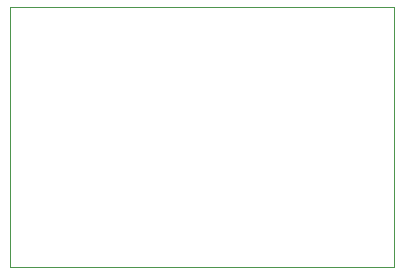
<source format=gbr>
%TF.GenerationSoftware,KiCad,Pcbnew,9.0.0*%
%TF.CreationDate,2025-06-23T18:52:12-04:00*%
%TF.ProjectId,CRSF_PWM_Gyro,43525346-5f50-4574-9d5f-4779726f2e6b,rev?*%
%TF.SameCoordinates,Original*%
%TF.FileFunction,Profile,NP*%
%FSLAX46Y46*%
G04 Gerber Fmt 4.6, Leading zero omitted, Abs format (unit mm)*
G04 Created by KiCad (PCBNEW 9.0.0) date 2025-06-23 18:52:12*
%MOMM*%
%LPD*%
G01*
G04 APERTURE LIST*
%TA.AperFunction,Profile*%
%ADD10C,0.100000*%
%TD*%
G04 APERTURE END LIST*
D10*
X120000000Y-77500000D02*
X152500000Y-77500000D01*
X152500000Y-99500000D01*
X120000000Y-99500000D01*
X120000000Y-77500000D01*
M02*

</source>
